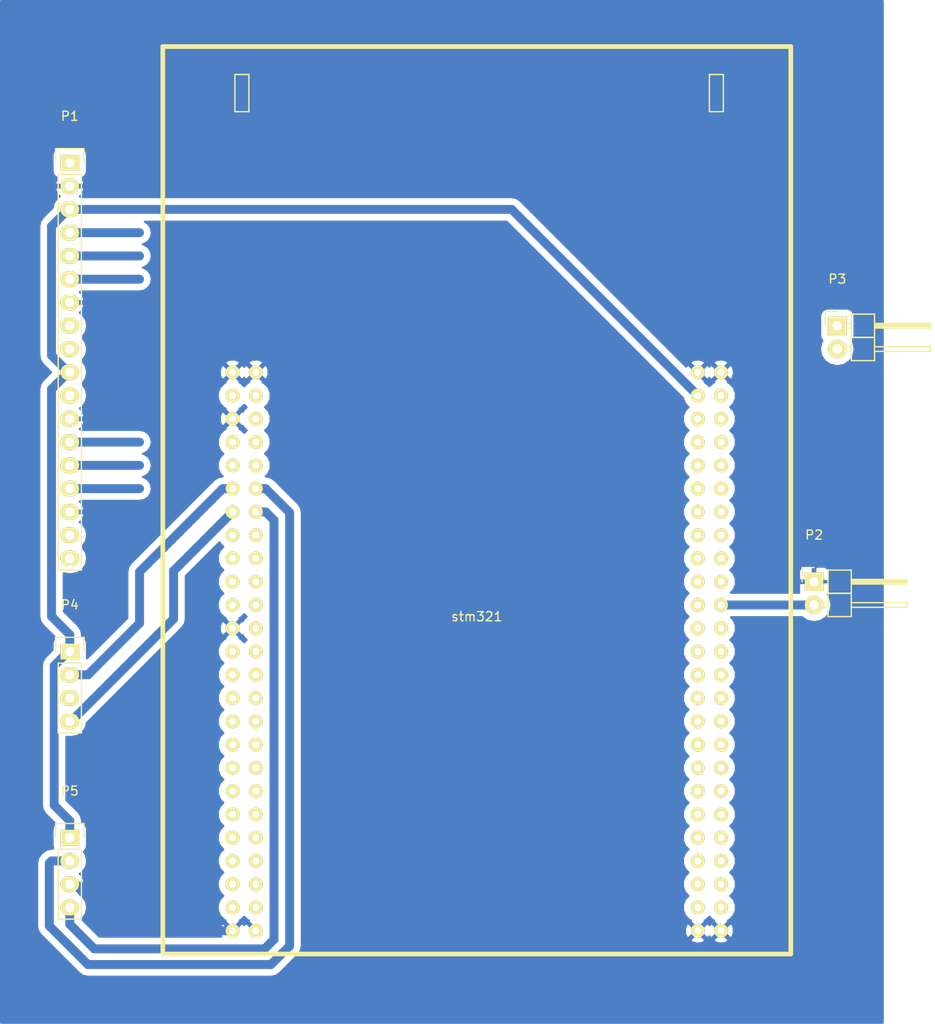
<source format=kicad_pcb>
(kicad_pcb (version 4) (host pcbnew 4.0.2-stable)

  (general
    (links 26)
    (no_connects 18)
    (area 0 0 0 0)
    (thickness 1.6)
    (drawings 0)
    (tracks 52)
    (zones 0)
    (modules 6)
    (nets 105)
  )

  (page A4)
  (layers
    (0 F.Cu signal)
    (31 B.Cu signal)
    (32 B.Adhes user)
    (33 F.Adhes user)
    (34 B.Paste user)
    (35 F.Paste user)
    (36 B.SilkS user)
    (37 F.SilkS user)
    (38 B.Mask user)
    (39 F.Mask user)
    (40 Dwgs.User user)
    (41 Cmts.User user)
    (42 Eco1.User user)
    (43 Eco2.User user)
    (44 Edge.Cuts user)
    (45 Margin user)
    (46 B.CrtYd user)
    (47 F.CrtYd user)
    (48 B.Fab user)
    (49 F.Fab user)
  )

  (setup
    (last_trace_width 0.976)
    (trace_clearance 0.73)
    (zone_clearance 0.508)
    (zone_45_only no)
    (trace_min 0.2)
    (segment_width 0.2)
    (edge_width 0.15)
    (via_size 0.6)
    (via_drill 0.4)
    (via_min_size 0.4)
    (via_min_drill 0.3)
    (uvia_size 0.3)
    (uvia_drill 0.1)
    (uvias_allowed no)
    (uvia_min_size 0)
    (uvia_min_drill 0)
    (pcb_text_width 0.3)
    (pcb_text_size 1.5 1.5)
    (mod_edge_width 0.15)
    (mod_text_size 1 1)
    (mod_text_width 0.15)
    (pad_size 1.524 1.524)
    (pad_drill 0.762)
    (pad_to_mask_clearance 0.2)
    (aux_axis_origin 0 0)
    (visible_elements FFFFEF7F)
    (pcbplotparams
      (layerselection 0x00030_80000001)
      (usegerberextensions false)
      (excludeedgelayer true)
      (linewidth 0.100000)
      (plotframeref false)
      (viasonmask false)
      (mode 1)
      (useauxorigin false)
      (hpglpennumber 1)
      (hpglpenspeed 20)
      (hpglpendiameter 15)
      (hpglpenoverlay 2)
      (psnegative false)
      (psa4output false)
      (plotreference true)
      (plotvalue true)
      (plotinvisibletext false)
      (padsonsilk false)
      (subtractmaskfromsilk false)
      (outputformat 1)
      (mirror false)
      (drillshape 1)
      (scaleselection 1)
      (outputdirectory ""))
  )

  (net 0 "")
  (net 1 "Net-(P1-Pad1)")
  (net 2 GND)
  (net 3 +5V)
  (net 4 M1I2)
  (net 5 M1I1)
  (net 6 M1PWM)
  (net 7 "Net-(P1-Pad8)")
  (net 8 "Net-(P1-Pad9)")
  (net 9 "Net-(P1-Pad11)")
  (net 10 M2_I2)
  (net 11 M2_I1)
  (net 12 M2PWM)
  (net 13 "Net-(P1-Pad17)")
  (net 14 "Net-(P1-Pad18)")
  (net 15 +BATT)
  (net 16 "Net-(stm321-Pad6)")
  (net 17 "Net-(stm321-Pad7)")
  (net 18 "Net-(stm321-Pad8)")
  (net 19 "Net-(stm321-Pad9)")
  (net 20 "Net-(stm321-Pad10)")
  (net 21 TIM5_CH2)
  (net 22 TIM5_CH1)
  (net 23 TIM5_CH4)
  (net 24 TIM5_CH3)
  (net 25 "Net-(stm321-Pad15)")
  (net 26 "Net-(stm321-Pad16)")
  (net 27 "Net-(stm321-Pad17)")
  (net 28 "Net-(stm321-Pad18)")
  (net 29 "Net-(stm321-Pad19)")
  (net 30 "Net-(stm321-Pad20)")
  (net 31 "Net-(stm321-Pad21)")
  (net 32 "Net-(stm321-Pad22)")
  (net 33 "Net-(stm321-Pad24)")
  (net 34 "Net-(stm321-Pad25)")
  (net 35 "Net-(stm321-Pad26)")
  (net 36 "Net-(stm321-Pad27)")
  (net 37 "Net-(stm321-Pad28)")
  (net 38 "Net-(stm321-Pad29)")
  (net 39 "Net-(stm321-Pad30)")
  (net 40 "Net-(stm321-Pad31)")
  (net 41 "Net-(stm321-Pad32)")
  (net 42 "Net-(stm321-Pad33)")
  (net 43 "Net-(stm321-Pad34)")
  (net 44 "Net-(stm321-Pad35)")
  (net 45 "Net-(stm321-Pad36)")
  (net 46 "Net-(stm321-Pad37)")
  (net 47 "Net-(stm321-Pad38)")
  (net 48 "Net-(stm321-Pad39)")
  (net 49 "Net-(stm321-Pad40)")
  (net 50 "Net-(stm321-Pad41)")
  (net 51 "Net-(stm321-Pad42)")
  (net 52 "Net-(stm321-Pad43)")
  (net 53 "Net-(stm321-Pad44)")
  (net 54 "Net-(stm321-Pad45)")
  (net 55 "Net-(stm321-Pad46)")
  (net 56 "Net-(stm321-Pad47)")
  (net 57 "Net-(stm321-Pad48)")
  (net 58 "Net-(stm321-Pad55)")
  (net 59 "Net-(stm321-Pad56)")
  (net 60 "Net-(stm321-Pad57)")
  (net 61 "Net-(stm321-Pad58)")
  (net 62 "Net-(stm321-Pad59)")
  (net 63 "Net-(stm321-Pad60)")
  (net 64 "Net-(stm321-Pad61)")
  (net 65 "Net-(stm321-Pad62)")
  (net 66 "Net-(stm321-Pad63)")
  (net 67 "Net-(stm321-Pad64)")
  (net 68 "Net-(stm321-Pad65)")
  (net 69 "Net-(stm321-Pad66)")
  (net 70 "Net-(stm321-Pad67)")
  (net 71 "Net-(stm321-Pad68)")
  (net 72 "Net-(stm321-Pad69)")
  (net 73 "Net-(stm321-Pad70)")
  (net 74 "Net-(stm321-Pad71)")
  (net 75 "Net-(stm321-Pad73)")
  (net 76 "Net-(stm321-Pad74)")
  (net 77 "Net-(stm321-Pad75)")
  (net 78 "Net-(stm321-Pad76)")
  (net 79 "Net-(stm321-Pad77)")
  (net 80 "Net-(stm321-Pad78)")
  (net 81 "Net-(stm321-Pad79)")
  (net 82 "Net-(stm321-Pad80)")
  (net 83 "Net-(stm321-Pad81)")
  (net 84 "Net-(stm321-Pad82)")
  (net 85 "Net-(stm321-Pad83)")
  (net 86 "Net-(stm321-Pad84)")
  (net 87 "Net-(stm321-Pad85)")
  (net 88 "Net-(stm321-Pad86)")
  (net 89 "Net-(stm321-Pad87)")
  (net 90 "Net-(stm321-Pad88)")
  (net 91 "Net-(stm321-Pad89)")
  (net 92 "Net-(stm321-Pad90)")
  (net 93 "Net-(stm321-Pad91)")
  (net 94 "Net-(stm321-Pad92)")
  (net 95 "Net-(stm321-Pad93)")
  (net 96 "Net-(stm321-Pad94)")
  (net 97 "Net-(stm321-Pad95)")
  (net 98 "Net-(stm321-Pad96)")
  (net 99 "Net-(stm321-Pad97)")
  (net 100 "Net-(stm321-Pad98)")
  (net 101 UART_RX)
  (net 102 UART_TX)
  (net 103 "Net-(stm321-Pad3)")
  (net 104 "Net-(stm321-Pad4)")

  (net_class Default "Ceci est la Netclass par défaut"
    (clearance 0.73)
    (trace_width 0.976)
    (via_dia 0.6)
    (via_drill 0.4)
    (uvia_dia 0.3)
    (uvia_drill 0.1)
    (add_net +5V)
    (add_net +BATT)
    (add_net GND)
    (add_net M1I1)
    (add_net M1I2)
    (add_net M1PWM)
    (add_net M2PWM)
    (add_net M2_I1)
    (add_net M2_I2)
    (add_net "Net-(P1-Pad1)")
    (add_net "Net-(P1-Pad11)")
    (add_net "Net-(P1-Pad17)")
    (add_net "Net-(P1-Pad18)")
    (add_net "Net-(P1-Pad8)")
    (add_net "Net-(P1-Pad9)")
    (add_net "Net-(stm321-Pad10)")
    (add_net "Net-(stm321-Pad15)")
    (add_net "Net-(stm321-Pad16)")
    (add_net "Net-(stm321-Pad17)")
    (add_net "Net-(stm321-Pad18)")
    (add_net "Net-(stm321-Pad19)")
    (add_net "Net-(stm321-Pad20)")
    (add_net "Net-(stm321-Pad21)")
    (add_net "Net-(stm321-Pad22)")
    (add_net "Net-(stm321-Pad24)")
    (add_net "Net-(stm321-Pad25)")
    (add_net "Net-(stm321-Pad26)")
    (add_net "Net-(stm321-Pad27)")
    (add_net "Net-(stm321-Pad28)")
    (add_net "Net-(stm321-Pad29)")
    (add_net "Net-(stm321-Pad3)")
    (add_net "Net-(stm321-Pad30)")
    (add_net "Net-(stm321-Pad31)")
    (add_net "Net-(stm321-Pad32)")
    (add_net "Net-(stm321-Pad33)")
    (add_net "Net-(stm321-Pad34)")
    (add_net "Net-(stm321-Pad35)")
    (add_net "Net-(stm321-Pad36)")
    (add_net "Net-(stm321-Pad37)")
    (add_net "Net-(stm321-Pad38)")
    (add_net "Net-(stm321-Pad39)")
    (add_net "Net-(stm321-Pad4)")
    (add_net "Net-(stm321-Pad40)")
    (add_net "Net-(stm321-Pad41)")
    (add_net "Net-(stm321-Pad42)")
    (add_net "Net-(stm321-Pad43)")
    (add_net "Net-(stm321-Pad44)")
    (add_net "Net-(stm321-Pad45)")
    (add_net "Net-(stm321-Pad46)")
    (add_net "Net-(stm321-Pad47)")
    (add_net "Net-(stm321-Pad48)")
    (add_net "Net-(stm321-Pad55)")
    (add_net "Net-(stm321-Pad56)")
    (add_net "Net-(stm321-Pad57)")
    (add_net "Net-(stm321-Pad58)")
    (add_net "Net-(stm321-Pad59)")
    (add_net "Net-(stm321-Pad6)")
    (add_net "Net-(stm321-Pad60)")
    (add_net "Net-(stm321-Pad61)")
    (add_net "Net-(stm321-Pad62)")
    (add_net "Net-(stm321-Pad63)")
    (add_net "Net-(stm321-Pad64)")
    (add_net "Net-(stm321-Pad65)")
    (add_net "Net-(stm321-Pad66)")
    (add_net "Net-(stm321-Pad67)")
    (add_net "Net-(stm321-Pad68)")
    (add_net "Net-(stm321-Pad69)")
    (add_net "Net-(stm321-Pad7)")
    (add_net "Net-(stm321-Pad70)")
    (add_net "Net-(stm321-Pad71)")
    (add_net "Net-(stm321-Pad73)")
    (add_net "Net-(stm321-Pad74)")
    (add_net "Net-(stm321-Pad75)")
    (add_net "Net-(stm321-Pad76)")
    (add_net "Net-(stm321-Pad77)")
    (add_net "Net-(stm321-Pad78)")
    (add_net "Net-(stm321-Pad79)")
    (add_net "Net-(stm321-Pad8)")
    (add_net "Net-(stm321-Pad80)")
    (add_net "Net-(stm321-Pad81)")
    (add_net "Net-(stm321-Pad82)")
    (add_net "Net-(stm321-Pad83)")
    (add_net "Net-(stm321-Pad84)")
    (add_net "Net-(stm321-Pad85)")
    (add_net "Net-(stm321-Pad86)")
    (add_net "Net-(stm321-Pad87)")
    (add_net "Net-(stm321-Pad88)")
    (add_net "Net-(stm321-Pad89)")
    (add_net "Net-(stm321-Pad9)")
    (add_net "Net-(stm321-Pad90)")
    (add_net "Net-(stm321-Pad91)")
    (add_net "Net-(stm321-Pad92)")
    (add_net "Net-(stm321-Pad93)")
    (add_net "Net-(stm321-Pad94)")
    (add_net "Net-(stm321-Pad95)")
    (add_net "Net-(stm321-Pad96)")
    (add_net "Net-(stm321-Pad97)")
    (add_net "Net-(stm321-Pad98)")
    (add_net TIM5_CH1)
    (add_net TIM5_CH2)
    (add_net TIM5_CH3)
    (add_net TIM5_CH4)
    (add_net UART_RX)
    (add_net UART_TX)
  )

  (module Pin_Headers:Pin_Header_Straight_1x18 (layer F.Cu) (tedit 0) (tstamp 5704C7EF)
    (at 91.44 63.5)
    (descr "Through hole pin header")
    (tags "pin header")
    (path /570401FA)
    (fp_text reference P1 (at 0 -5.1) (layer F.SilkS)
      (effects (font (size 1 1) (thickness 0.15)))
    )
    (fp_text value CONN_01X18 (at 0 -3.1) (layer F.Fab)
      (effects (font (size 1 1) (thickness 0.15)))
    )
    (fp_line (start -1.75 -1.75) (end -1.75 44.95) (layer F.CrtYd) (width 0.05))
    (fp_line (start 1.75 -1.75) (end 1.75 44.95) (layer F.CrtYd) (width 0.05))
    (fp_line (start -1.75 -1.75) (end 1.75 -1.75) (layer F.CrtYd) (width 0.05))
    (fp_line (start -1.75 44.95) (end 1.75 44.95) (layer F.CrtYd) (width 0.05))
    (fp_line (start 1.27 1.27) (end 1.27 44.45) (layer F.SilkS) (width 0.15))
    (fp_line (start 1.27 44.45) (end -1.27 44.45) (layer F.SilkS) (width 0.15))
    (fp_line (start -1.27 44.45) (end -1.27 1.27) (layer F.SilkS) (width 0.15))
    (fp_line (start 1.55 -1.55) (end 1.55 0) (layer F.SilkS) (width 0.15))
    (fp_line (start 1.27 1.27) (end -1.27 1.27) (layer F.SilkS) (width 0.15))
    (fp_line (start -1.55 0) (end -1.55 -1.55) (layer F.SilkS) (width 0.15))
    (fp_line (start -1.55 -1.55) (end 1.55 -1.55) (layer F.SilkS) (width 0.15))
    (pad 1 thru_hole rect (at 0 0) (size 2.032 1.7272) (drill 1.016) (layers *.Cu *.Mask F.SilkS)
      (net 1 "Net-(P1-Pad1)"))
    (pad 2 thru_hole oval (at 0 2.54) (size 2.032 1.7272) (drill 1.016) (layers *.Cu *.Mask F.SilkS)
      (net 2 GND))
    (pad 3 thru_hole oval (at 0 5.08) (size 2.032 1.7272) (drill 1.016) (layers *.Cu *.Mask F.SilkS)
      (net 3 +5V))
    (pad 4 thru_hole oval (at 0 7.62) (size 2.032 1.7272) (drill 1.016) (layers *.Cu *.Mask F.SilkS)
      (net 4 M1I2))
    (pad 5 thru_hole oval (at 0 10.16) (size 2.032 1.7272) (drill 1.016) (layers *.Cu *.Mask F.SilkS)
      (net 5 M1I1))
    (pad 6 thru_hole oval (at 0 12.7) (size 2.032 1.7272) (drill 1.016) (layers *.Cu *.Mask F.SilkS)
      (net 6 M1PWM))
    (pad 7 thru_hole oval (at 0 15.24) (size 2.032 1.7272) (drill 1.016) (layers *.Cu *.Mask F.SilkS)
      (net 2 GND))
    (pad 8 thru_hole oval (at 0 17.78) (size 2.032 1.7272) (drill 1.016) (layers *.Cu *.Mask F.SilkS)
      (net 7 "Net-(P1-Pad8)"))
    (pad 9 thru_hole oval (at 0 20.32) (size 2.032 1.7272) (drill 1.016) (layers *.Cu *.Mask F.SilkS)
      (net 8 "Net-(P1-Pad9)"))
    (pad 10 thru_hole oval (at 0 22.86) (size 2.032 1.7272) (drill 1.016) (layers *.Cu *.Mask F.SilkS)
      (net 3 +5V))
    (pad 11 thru_hole oval (at 0 25.4) (size 2.032 1.7272) (drill 1.016) (layers *.Cu *.Mask F.SilkS)
      (net 9 "Net-(P1-Pad11)"))
    (pad 12 thru_hole oval (at 0 27.94) (size 2.032 1.7272) (drill 1.016) (layers *.Cu *.Mask F.SilkS)
      (net 2 GND))
    (pad 13 thru_hole oval (at 0 30.48) (size 2.032 1.7272) (drill 1.016) (layers *.Cu *.Mask F.SilkS)
      (net 10 M2_I2))
    (pad 14 thru_hole oval (at 0 33.02) (size 2.032 1.7272) (drill 1.016) (layers *.Cu *.Mask F.SilkS)
      (net 11 M2_I1))
    (pad 15 thru_hole oval (at 0 35.56) (size 2.032 1.7272) (drill 1.016) (layers *.Cu *.Mask F.SilkS)
      (net 12 M2PWM))
    (pad 16 thru_hole oval (at 0 38.1) (size 2.032 1.7272) (drill 1.016) (layers *.Cu *.Mask F.SilkS)
      (net 2 GND))
    (pad 17 thru_hole oval (at 0 40.64) (size 2.032 1.7272) (drill 1.016) (layers *.Cu *.Mask F.SilkS)
      (net 13 "Net-(P1-Pad17)"))
    (pad 18 thru_hole oval (at 0 43.18) (size 2.032 1.7272) (drill 1.016) (layers *.Cu *.Mask F.SilkS)
      (net 14 "Net-(P1-Pad18)"))
    (model Pin_Headers.3dshapes/Pin_Header_Straight_1x18.wrl
      (at (xyz 0 -0.85 0))
      (scale (xyz 1 1 1))
      (rotate (xyz 0 0 90))
    )
  )

  (module Pin_Headers:Pin_Header_Angled_1x02 (layer F.Cu) (tedit 0) (tstamp 5704C7F5)
    (at 172.72 109.22)
    (descr "Through hole pin header")
    (tags "pin header")
    (path /5703ECD2)
    (fp_text reference P2 (at 0 -5.1) (layer F.SilkS)
      (effects (font (size 1 1) (thickness 0.15)))
    )
    (fp_text value CONN_01X02 (at 0 -3.1) (layer F.Fab)
      (effects (font (size 1 1) (thickness 0.15)))
    )
    (fp_line (start -1.5 -1.75) (end -1.5 4.3) (layer F.CrtYd) (width 0.05))
    (fp_line (start 10.65 -1.75) (end 10.65 4.3) (layer F.CrtYd) (width 0.05))
    (fp_line (start -1.5 -1.75) (end 10.65 -1.75) (layer F.CrtYd) (width 0.05))
    (fp_line (start -1.5 4.3) (end 10.65 4.3) (layer F.CrtYd) (width 0.05))
    (fp_line (start -1.3 -1.55) (end -1.3 0) (layer F.SilkS) (width 0.15))
    (fp_line (start 0 -1.55) (end -1.3 -1.55) (layer F.SilkS) (width 0.15))
    (fp_line (start 4.191 -0.127) (end 10.033 -0.127) (layer F.SilkS) (width 0.15))
    (fp_line (start 10.033 -0.127) (end 10.033 0.127) (layer F.SilkS) (width 0.15))
    (fp_line (start 10.033 0.127) (end 4.191 0.127) (layer F.SilkS) (width 0.15))
    (fp_line (start 4.191 0.127) (end 4.191 0) (layer F.SilkS) (width 0.15))
    (fp_line (start 4.191 0) (end 10.033 0) (layer F.SilkS) (width 0.15))
    (fp_line (start 1.524 -0.254) (end 1.143 -0.254) (layer F.SilkS) (width 0.15))
    (fp_line (start 1.524 0.254) (end 1.143 0.254) (layer F.SilkS) (width 0.15))
    (fp_line (start 1.524 2.286) (end 1.143 2.286) (layer F.SilkS) (width 0.15))
    (fp_line (start 1.524 2.794) (end 1.143 2.794) (layer F.SilkS) (width 0.15))
    (fp_line (start 1.524 -1.27) (end 4.064 -1.27) (layer F.SilkS) (width 0.15))
    (fp_line (start 1.524 1.27) (end 4.064 1.27) (layer F.SilkS) (width 0.15))
    (fp_line (start 1.524 1.27) (end 1.524 3.81) (layer F.SilkS) (width 0.15))
    (fp_line (start 1.524 3.81) (end 4.064 3.81) (layer F.SilkS) (width 0.15))
    (fp_line (start 4.064 2.286) (end 10.16 2.286) (layer F.SilkS) (width 0.15))
    (fp_line (start 10.16 2.286) (end 10.16 2.794) (layer F.SilkS) (width 0.15))
    (fp_line (start 10.16 2.794) (end 4.064 2.794) (layer F.SilkS) (width 0.15))
    (fp_line (start 4.064 3.81) (end 4.064 1.27) (layer F.SilkS) (width 0.15))
    (fp_line (start 4.064 1.27) (end 4.064 -1.27) (layer F.SilkS) (width 0.15))
    (fp_line (start 10.16 0.254) (end 4.064 0.254) (layer F.SilkS) (width 0.15))
    (fp_line (start 10.16 -0.254) (end 10.16 0.254) (layer F.SilkS) (width 0.15))
    (fp_line (start 4.064 -0.254) (end 10.16 -0.254) (layer F.SilkS) (width 0.15))
    (fp_line (start 1.524 1.27) (end 4.064 1.27) (layer F.SilkS) (width 0.15))
    (fp_line (start 1.524 -1.27) (end 1.524 1.27) (layer F.SilkS) (width 0.15))
    (pad 1 thru_hole rect (at 0 0) (size 2.032 2.032) (drill 1.016) (layers *.Cu *.Mask F.SilkS)
      (net 2 GND))
    (pad 2 thru_hole oval (at 0 2.54) (size 2.032 2.032) (drill 1.016) (layers *.Cu *.Mask F.SilkS)
      (net 15 +BATT))
    (model Pin_Headers.3dshapes/Pin_Header_Angled_1x02.wrl
      (at (xyz 0 -0.05 0))
      (scale (xyz 1 1 1))
      (rotate (xyz 0 0 90))
    )
  )

  (module Pin_Headers:Pin_Header_Angled_1x02 (layer F.Cu) (tedit 0) (tstamp 5704C7FB)
    (at 175.26 81.28)
    (descr "Through hole pin header")
    (tags "pin header")
    (path /5703EBAE)
    (fp_text reference P3 (at 0 -5.1) (layer F.SilkS)
      (effects (font (size 1 1) (thickness 0.15)))
    )
    (fp_text value CONN_01X02 (at 0 -3.1) (layer F.Fab)
      (effects (font (size 1 1) (thickness 0.15)))
    )
    (fp_line (start -1.5 -1.75) (end -1.5 4.3) (layer F.CrtYd) (width 0.05))
    (fp_line (start 10.65 -1.75) (end 10.65 4.3) (layer F.CrtYd) (width 0.05))
    (fp_line (start -1.5 -1.75) (end 10.65 -1.75) (layer F.CrtYd) (width 0.05))
    (fp_line (start -1.5 4.3) (end 10.65 4.3) (layer F.CrtYd) (width 0.05))
    (fp_line (start -1.3 -1.55) (end -1.3 0) (layer F.SilkS) (width 0.15))
    (fp_line (start 0 -1.55) (end -1.3 -1.55) (layer F.SilkS) (width 0.15))
    (fp_line (start 4.191 -0.127) (end 10.033 -0.127) (layer F.SilkS) (width 0.15))
    (fp_line (start 10.033 -0.127) (end 10.033 0.127) (layer F.SilkS) (width 0.15))
    (fp_line (start 10.033 0.127) (end 4.191 0.127) (layer F.SilkS) (width 0.15))
    (fp_line (start 4.191 0.127) (end 4.191 0) (layer F.SilkS) (width 0.15))
    (fp_line (start 4.191 0) (end 10.033 0) (layer F.SilkS) (width 0.15))
    (fp_line (start 1.524 -0.254) (end 1.143 -0.254) (layer F.SilkS) (width 0.15))
    (fp_line (start 1.524 0.254) (end 1.143 0.254) (layer F.SilkS) (width 0.15))
    (fp_line (start 1.524 2.286) (end 1.143 2.286) (layer F.SilkS) (width 0.15))
    (fp_line (start 1.524 2.794) (end 1.143 2.794) (layer F.SilkS) (width 0.15))
    (fp_line (start 1.524 -1.27) (end 4.064 -1.27) (layer F.SilkS) (width 0.15))
    (fp_line (start 1.524 1.27) (end 4.064 1.27) (layer F.SilkS) (width 0.15))
    (fp_line (start 1.524 1.27) (end 1.524 3.81) (layer F.SilkS) (width 0.15))
    (fp_line (start 1.524 3.81) (end 4.064 3.81) (layer F.SilkS) (width 0.15))
    (fp_line (start 4.064 2.286) (end 10.16 2.286) (layer F.SilkS) (width 0.15))
    (fp_line (start 10.16 2.286) (end 10.16 2.794) (layer F.SilkS) (width 0.15))
    (fp_line (start 10.16 2.794) (end 4.064 2.794) (layer F.SilkS) (width 0.15))
    (fp_line (start 4.064 3.81) (end 4.064 1.27) (layer F.SilkS) (width 0.15))
    (fp_line (start 4.064 1.27) (end 4.064 -1.27) (layer F.SilkS) (width 0.15))
    (fp_line (start 10.16 0.254) (end 4.064 0.254) (layer F.SilkS) (width 0.15))
    (fp_line (start 10.16 -0.254) (end 10.16 0.254) (layer F.SilkS) (width 0.15))
    (fp_line (start 4.064 -0.254) (end 10.16 -0.254) (layer F.SilkS) (width 0.15))
    (fp_line (start 1.524 1.27) (end 4.064 1.27) (layer F.SilkS) (width 0.15))
    (fp_line (start 1.524 -1.27) (end 1.524 1.27) (layer F.SilkS) (width 0.15))
    (pad 1 thru_hole rect (at 0 0) (size 2.032 2.032) (drill 1.016) (layers *.Cu *.Mask F.SilkS)
      (net 101 UART_RX))
    (pad 2 thru_hole oval (at 0 2.54) (size 2.032 2.032) (drill 1.016) (layers *.Cu *.Mask F.SilkS)
      (net 102 UART_TX))
    (model Pin_Headers.3dshapes/Pin_Header_Angled_1x02.wrl
      (at (xyz 0 -0.05 0))
      (scale (xyz 1 1 1))
      (rotate (xyz 0 0 90))
    )
  )

  (module Pin_Headers:Pin_Header_Straight_1x04 (layer F.Cu) (tedit 0) (tstamp 5704C803)
    (at 91.44 116.84)
    (descr "Through hole pin header")
    (tags "pin header")
    (path /5704CB58)
    (fp_text reference P4 (at 0 -5.1) (layer F.SilkS)
      (effects (font (size 1 1) (thickness 0.15)))
    )
    (fp_text value CONN_01X04 (at 0 -3.1) (layer F.Fab)
      (effects (font (size 1 1) (thickness 0.15)))
    )
    (fp_line (start -1.75 -1.75) (end -1.75 9.4) (layer F.CrtYd) (width 0.05))
    (fp_line (start 1.75 -1.75) (end 1.75 9.4) (layer F.CrtYd) (width 0.05))
    (fp_line (start -1.75 -1.75) (end 1.75 -1.75) (layer F.CrtYd) (width 0.05))
    (fp_line (start -1.75 9.4) (end 1.75 9.4) (layer F.CrtYd) (width 0.05))
    (fp_line (start -1.27 1.27) (end -1.27 8.89) (layer F.SilkS) (width 0.15))
    (fp_line (start 1.27 1.27) (end 1.27 8.89) (layer F.SilkS) (width 0.15))
    (fp_line (start 1.55 -1.55) (end 1.55 0) (layer F.SilkS) (width 0.15))
    (fp_line (start -1.27 8.89) (end 1.27 8.89) (layer F.SilkS) (width 0.15))
    (fp_line (start 1.27 1.27) (end -1.27 1.27) (layer F.SilkS) (width 0.15))
    (fp_line (start -1.55 0) (end -1.55 -1.55) (layer F.SilkS) (width 0.15))
    (fp_line (start -1.55 -1.55) (end 1.55 -1.55) (layer F.SilkS) (width 0.15))
    (pad 1 thru_hole rect (at 0 0) (size 2.032 1.7272) (drill 1.016) (layers *.Cu *.Mask F.SilkS)
      (net 3 +5V))
    (pad 2 thru_hole oval (at 0 2.54) (size 2.032 1.7272) (drill 1.016) (layers *.Cu *.Mask F.SilkS)
      (net 21 TIM5_CH2))
    (pad 3 thru_hole oval (at 0 5.08) (size 2.032 1.7272) (drill 1.016) (layers *.Cu *.Mask F.SilkS)
      (net 2 GND))
    (pad 4 thru_hole oval (at 0 7.62) (size 2.032 1.7272) (drill 1.016) (layers *.Cu *.Mask F.SilkS)
      (net 23 TIM5_CH4))
    (model Pin_Headers.3dshapes/Pin_Header_Straight_1x04.wrl
      (at (xyz 0 -0.15 0))
      (scale (xyz 1 1 1))
      (rotate (xyz 0 0 90))
    )
  )

  (module Pin_Headers:Pin_Header_Straight_1x04 (layer F.Cu) (tedit 0) (tstamp 5704C80B)
    (at 91.44 137.16)
    (descr "Through hole pin header")
    (tags "pin header")
    (path /5704CF98)
    (fp_text reference P5 (at 0 -5.1) (layer F.SilkS)
      (effects (font (size 1 1) (thickness 0.15)))
    )
    (fp_text value CONN_01X04 (at 0 -3.1) (layer F.Fab)
      (effects (font (size 1 1) (thickness 0.15)))
    )
    (fp_line (start -1.75 -1.75) (end -1.75 9.4) (layer F.CrtYd) (width 0.05))
    (fp_line (start 1.75 -1.75) (end 1.75 9.4) (layer F.CrtYd) (width 0.05))
    (fp_line (start -1.75 -1.75) (end 1.75 -1.75) (layer F.CrtYd) (width 0.05))
    (fp_line (start -1.75 9.4) (end 1.75 9.4) (layer F.CrtYd) (width 0.05))
    (fp_line (start -1.27 1.27) (end -1.27 8.89) (layer F.SilkS) (width 0.15))
    (fp_line (start 1.27 1.27) (end 1.27 8.89) (layer F.SilkS) (width 0.15))
    (fp_line (start 1.55 -1.55) (end 1.55 0) (layer F.SilkS) (width 0.15))
    (fp_line (start -1.27 8.89) (end 1.27 8.89) (layer F.SilkS) (width 0.15))
    (fp_line (start 1.27 1.27) (end -1.27 1.27) (layer F.SilkS) (width 0.15))
    (fp_line (start -1.55 0) (end -1.55 -1.55) (layer F.SilkS) (width 0.15))
    (fp_line (start -1.55 -1.55) (end 1.55 -1.55) (layer F.SilkS) (width 0.15))
    (pad 1 thru_hole rect (at 0 0) (size 2.032 1.7272) (drill 1.016) (layers *.Cu *.Mask F.SilkS)
      (net 3 +5V))
    (pad 2 thru_hole oval (at 0 2.54) (size 2.032 1.7272) (drill 1.016) (layers *.Cu *.Mask F.SilkS)
      (net 22 TIM5_CH1))
    (pad 3 thru_hole oval (at 0 5.08) (size 2.032 1.7272) (drill 1.016) (layers *.Cu *.Mask F.SilkS)
      (net 2 GND))
    (pad 4 thru_hole oval (at 0 7.62) (size 2.032 1.7272) (drill 1.016) (layers *.Cu *.Mask F.SilkS)
      (net 24 TIM5_CH3))
    (model Pin_Headers.3dshapes/Pin_Header_Straight_1x04.wrl
      (at (xyz 0 -0.15 0))
      (scale (xyz 1 1 1))
      (rotate (xyz 0 0 90))
    )
  )

  (module stm32:STM32F407 (layer F.Cu) (tedit 56BD43F8) (tstamp 5704C873)
    (at 109.22 86.36)
    (descr "Empreinte de STM32F407")
    (tags stm32)
    (path /5703EA51)
    (fp_text reference stm321 (at 26.67 26.67) (layer F.SilkS)
      (effects (font (size 1 1) (thickness 0.15)))
    )
    (fp_text value STM32F407-Discovery (at 25.4 24.13) (layer F.Fab)
      (effects (font (size 1 1) (thickness 0.15)))
    )
    (fp_line (start 52.07 -32.512) (end 53.594 -32.512) (layer F.SilkS) (width 0.15))
    (fp_line (start 52.07 -28.448) (end 52.07 -32.512) (layer F.SilkS) (width 0.15))
    (fp_line (start 53.594 -28.448) (end 52.07 -28.448) (layer F.SilkS) (width 0.15))
    (fp_line (start 53.594 -32.512) (end 53.594 -28.448) (layer F.SilkS) (width 0.15))
    (fp_line (start -7.62 -35.56) (end -7.62 63.5) (layer F.SilkS) (width 0.508))
    (fp_line (start 60.96 -35.56) (end -7.62 -35.56) (layer F.SilkS) (width 0.508))
    (fp_line (start 60.96 63.5) (end 60.96 -35.56) (layer F.SilkS) (width 0.508))
    (fp_line (start -7.62 63.5) (end 60.96 63.5) (layer F.SilkS) (width 0.508))
    (fp_line (start 0.254 -32.512) (end 1.778 -32.512) (layer F.SilkS) (width 0.15))
    (fp_line (start 1.778 -28.448) (end 0.254 -28.448) (layer F.SilkS) (width 0.15))
    (fp_line (start 0.254 -28.448) (end 0.254 -32.512) (layer F.SilkS) (width 0.15))
    (fp_line (start 1.778 -32.512) (end 1.778 -28.448) (layer F.SilkS) (width 0.15))
    (pad 1 thru_hole circle (at 0 0) (size 1.524 1.524) (drill 0.762) (layers *.Cu *.Mask F.SilkS)
      (net 2 GND))
    (pad 2 thru_hole circle (at 2.54 0) (size 1.524 1.524) (drill 0.762) (layers *.Cu *.Mask F.SilkS)
      (net 2 GND))
    (pad 3 thru_hole circle (at 0 2.54) (size 1.524 1.524) (drill 0.762) (layers *.Cu *.Mask F.SilkS)
      (net 103 "Net-(stm321-Pad3)"))
    (pad 4 thru_hole circle (at 2.54 2.54) (size 1.524 1.524) (drill 0.762) (layers *.Cu *.Mask F.SilkS)
      (net 104 "Net-(stm321-Pad4)"))
    (pad 5 thru_hole circle (at 0 5.08) (size 1.524 1.524) (drill 0.762) (layers *.Cu *.Mask F.SilkS)
      (net 2 GND))
    (pad 6 thru_hole circle (at 2.54 5.08) (size 1.524 1.524) (drill 0.762) (layers *.Cu *.Mask F.SilkS)
      (net 16 "Net-(stm321-Pad6)"))
    (pad 7 thru_hole circle (at 0 7.62) (size 1.524 1.524) (drill 0.762) (layers *.Cu *.Mask F.SilkS)
      (net 17 "Net-(stm321-Pad7)"))
    (pad 8 thru_hole circle (at 2.54 7.62) (size 1.524 1.524) (drill 0.762) (layers *.Cu *.Mask F.SilkS)
      (net 18 "Net-(stm321-Pad8)"))
    (pad 9 thru_hole circle (at 0 10.16) (size 1.524 1.524) (drill 0.762) (layers *.Cu *.Mask F.SilkS)
      (net 19 "Net-(stm321-Pad9)"))
    (pad 10 thru_hole circle (at 2.54 10.16) (size 1.524 1.524) (drill 0.762) (layers *.Cu *.Mask F.SilkS)
      (net 20 "Net-(stm321-Pad10)"))
    (pad 11 thru_hole circle (at 0 12.7) (size 1.524 1.524) (drill 0.762) (layers *.Cu *.Mask F.SilkS)
      (net 21 TIM5_CH2))
    (pad 12 thru_hole circle (at 2.54 12.7) (size 1.524 1.524) (drill 0.762) (layers *.Cu *.Mask F.SilkS)
      (net 22 TIM5_CH1))
    (pad 13 thru_hole circle (at 0 15.24) (size 1.524 1.524) (drill 0.762) (layers *.Cu *.Mask F.SilkS)
      (net 23 TIM5_CH4))
    (pad 14 thru_hole circle (at 2.54 15.24) (size 1.524 1.524) (drill 0.762) (layers *.Cu *.Mask F.SilkS)
      (net 24 TIM5_CH3))
    (pad 15 thru_hole circle (at 0 17.78) (size 1.524 1.524) (drill 0.762) (layers *.Cu *.Mask F.SilkS)
      (net 25 "Net-(stm321-Pad15)"))
    (pad 16 thru_hole circle (at 2.54 17.78) (size 1.524 1.524) (drill 0.762) (layers *.Cu *.Mask F.SilkS)
      (net 26 "Net-(stm321-Pad16)"))
    (pad 17 thru_hole circle (at 0 20.32) (size 1.524 1.524) (drill 0.762) (layers *.Cu *.Mask F.SilkS)
      (net 27 "Net-(stm321-Pad17)"))
    (pad 18 thru_hole circle (at 2.54 20.32) (size 1.524 1.524) (drill 0.762) (layers *.Cu *.Mask F.SilkS)
      (net 28 "Net-(stm321-Pad18)"))
    (pad 19 thru_hole circle (at 0 22.86) (size 1.524 1.524) (drill 0.762) (layers *.Cu *.Mask F.SilkS)
      (net 29 "Net-(stm321-Pad19)"))
    (pad 20 thru_hole circle (at 2.54 22.86) (size 1.524 1.524) (drill 0.762) (layers *.Cu *.Mask F.SilkS)
      (net 30 "Net-(stm321-Pad20)"))
    (pad 21 thru_hole circle (at 0 25.4) (size 1.524 1.524) (drill 0.762) (layers *.Cu *.Mask F.SilkS)
      (net 31 "Net-(stm321-Pad21)"))
    (pad 22 thru_hole circle (at 2.54 25.4) (size 1.524 1.524) (drill 0.762) (layers *.Cu *.Mask F.SilkS)
      (net 32 "Net-(stm321-Pad22)"))
    (pad 23 thru_hole circle (at 0 27.94) (size 1.524 1.524) (drill 0.762) (layers *.Cu *.Mask F.SilkS)
      (net 2 GND))
    (pad 24 thru_hole circle (at 2.54 27.94) (size 1.524 1.524) (drill 0.762) (layers *.Cu *.Mask F.SilkS)
      (net 33 "Net-(stm321-Pad24)"))
    (pad 25 thru_hole circle (at 0 30.48) (size 1.524 1.524) (drill 0.762) (layers *.Cu *.Mask F.SilkS)
      (net 34 "Net-(stm321-Pad25)"))
    (pad 26 thru_hole circle (at 2.54 30.48) (size 1.524 1.524) (drill 0.762) (layers *.Cu *.Mask F.SilkS)
      (net 35 "Net-(stm321-Pad26)"))
    (pad 27 thru_hole circle (at 0 33.02) (size 1.524 1.524) (drill 0.762) (layers *.Cu *.Mask F.SilkS)
      (net 36 "Net-(stm321-Pad27)"))
    (pad 28 thru_hole circle (at 2.54 33.02) (size 1.524 1.524) (drill 0.762) (layers *.Cu *.Mask F.SilkS)
      (net 37 "Net-(stm321-Pad28)"))
    (pad 29 thru_hole circle (at 0 35.56) (size 1.524 1.524) (drill 0.762) (layers *.Cu *.Mask F.SilkS)
      (net 38 "Net-(stm321-Pad29)"))
    (pad 30 thru_hole circle (at 2.54 35.56) (size 1.524 1.524) (drill 0.762) (layers *.Cu *.Mask F.SilkS)
      (net 39 "Net-(stm321-Pad30)"))
    (pad 31 thru_hole circle (at 0 38.1) (size 1.524 1.524) (drill 0.762) (layers *.Cu *.Mask F.SilkS)
      (net 40 "Net-(stm321-Pad31)"))
    (pad 32 thru_hole circle (at 2.54 38.1) (size 1.524 1.524) (drill 0.762) (layers *.Cu *.Mask F.SilkS)
      (net 41 "Net-(stm321-Pad32)"))
    (pad 33 thru_hole circle (at 0 40.64) (size 1.524 1.524) (drill 0.762) (layers *.Cu *.Mask F.SilkS)
      (net 42 "Net-(stm321-Pad33)"))
    (pad 34 thru_hole circle (at 2.54 40.64) (size 1.524 1.524) (drill 0.762) (layers *.Cu *.Mask F.SilkS)
      (net 43 "Net-(stm321-Pad34)"))
    (pad 35 thru_hole circle (at 0 43.18) (size 1.524 1.524) (drill 0.762) (layers *.Cu *.Mask F.SilkS)
      (net 44 "Net-(stm321-Pad35)"))
    (pad 36 thru_hole circle (at 2.54 43.18) (size 1.524 1.524) (drill 0.762) (layers *.Cu *.Mask F.SilkS)
      (net 45 "Net-(stm321-Pad36)"))
    (pad 37 thru_hole circle (at 0 45.72) (size 1.524 1.524) (drill 0.762) (layers *.Cu *.Mask F.SilkS)
      (net 46 "Net-(stm321-Pad37)"))
    (pad 38 thru_hole circle (at 2.54 45.72) (size 1.524 1.524) (drill 0.762) (layers *.Cu *.Mask F.SilkS)
      (net 47 "Net-(stm321-Pad38)"))
    (pad 39 thru_hole circle (at 0 48.26) (size 1.524 1.524) (drill 0.762) (layers *.Cu *.Mask F.SilkS)
      (net 48 "Net-(stm321-Pad39)"))
    (pad 40 thru_hole circle (at 2.54 48.26) (size 1.524 1.524) (drill 0.762) (layers *.Cu *.Mask F.SilkS)
      (net 49 "Net-(stm321-Pad40)"))
    (pad 41 thru_hole circle (at 0 50.8) (size 1.524 1.524) (drill 0.762) (layers *.Cu *.Mask F.SilkS)
      (net 50 "Net-(stm321-Pad41)"))
    (pad 42 thru_hole circle (at 2.54 50.8) (size 1.524 1.524) (drill 0.762) (layers *.Cu *.Mask F.SilkS)
      (net 51 "Net-(stm321-Pad42)"))
    (pad 43 thru_hole circle (at 0 53.34) (size 1.524 1.524) (drill 0.762) (layers *.Cu *.Mask F.SilkS)
      (net 52 "Net-(stm321-Pad43)"))
    (pad 44 thru_hole circle (at 2.54 53.34) (size 1.524 1.524) (drill 0.762) (layers *.Cu *.Mask F.SilkS)
      (net 53 "Net-(stm321-Pad44)"))
    (pad 45 thru_hole circle (at 0 55.88) (size 1.524 1.524) (drill 0.762) (layers *.Cu *.Mask F.SilkS)
      (net 54 "Net-(stm321-Pad45)"))
    (pad 46 thru_hole circle (at 2.54 55.88) (size 1.524 1.524) (drill 0.762) (layers *.Cu *.Mask F.SilkS)
      (net 55 "Net-(stm321-Pad46)"))
    (pad 47 thru_hole circle (at 0 58.42) (size 1.524 1.524) (drill 0.762) (layers *.Cu *.Mask F.SilkS)
      (net 56 "Net-(stm321-Pad47)"))
    (pad 48 thru_hole circle (at 2.54 58.42) (size 1.524 1.524) (drill 0.762) (layers *.Cu *.Mask F.SilkS)
      (net 57 "Net-(stm321-Pad48)"))
    (pad 49 thru_hole circle (at 0 60.96) (size 1.524 1.524) (drill 0.762) (layers *.Cu *.Mask F.SilkS)
      (net 2 GND))
    (pad 50 thru_hole circle (at 2.54 60.96) (size 1.524 1.524) (drill 0.762) (layers *.Cu *.Mask F.SilkS)
      (net 2 GND))
    (pad 51 thru_hole circle (at 50.8 0) (size 1.524 1.524) (drill 0.762) (layers *.Cu *.Mask F.SilkS)
      (net 2 GND))
    (pad 52 thru_hole circle (at 53.34 0) (size 1.524 1.524) (drill 0.762) (layers *.Cu *.Mask F.SilkS)
      (net 2 GND))
    (pad 53 thru_hole circle (at 50.8 2.54) (size 1.524 1.524) (drill 0.762) (layers *.Cu *.Mask F.SilkS)
      (net 3 +5V))
    (pad 54 thru_hole circle (at 53.34 2.54) (size 1.524 1.524) (drill 0.762) (layers *.Cu *.Mask F.SilkS)
      (net 3 +5V))
    (pad 55 thru_hole circle (at 50.8 5.08) (size 1.524 1.524) (drill 0.762) (layers *.Cu *.Mask F.SilkS)
      (net 58 "Net-(stm321-Pad55)"))
    (pad 56 thru_hole circle (at 53.34 5.08) (size 1.524 1.524) (drill 0.762) (layers *.Cu *.Mask F.SilkS)
      (net 59 "Net-(stm321-Pad56)"))
    (pad 57 thru_hole circle (at 50.8 7.62) (size 1.524 1.524) (drill 0.762) (layers *.Cu *.Mask F.SilkS)
      (net 60 "Net-(stm321-Pad57)"))
    (pad 58 thru_hole circle (at 53.34 7.62) (size 1.524 1.524) (drill 0.762) (layers *.Cu *.Mask F.SilkS)
      (net 61 "Net-(stm321-Pad58)"))
    (pad 59 thru_hole circle (at 50.8 10.16) (size 1.524 1.524) (drill 0.762) (layers *.Cu *.Mask F.SilkS)
      (net 62 "Net-(stm321-Pad59)"))
    (pad 60 thru_hole circle (at 53.34 10.16) (size 1.524 1.524) (drill 0.762) (layers *.Cu *.Mask F.SilkS)
      (net 63 "Net-(stm321-Pad60)"))
    (pad 61 thru_hole circle (at 50.8 12.7) (size 1.524 1.524) (drill 0.762) (layers *.Cu *.Mask F.SilkS)
      (net 64 "Net-(stm321-Pad61)"))
    (pad 62 thru_hole circle (at 53.34 12.7) (size 1.524 1.524) (drill 0.762) (layers *.Cu *.Mask F.SilkS)
      (net 65 "Net-(stm321-Pad62)"))
    (pad 63 thru_hole circle (at 50.8 15.24) (size 1.524 1.524) (drill 0.762) (layers *.Cu *.Mask F.SilkS)
      (net 66 "Net-(stm321-Pad63)"))
    (pad 64 thru_hole circle (at 53.34 15.24) (size 1.524 1.524) (drill 0.762) (layers *.Cu *.Mask F.SilkS)
      (net 67 "Net-(stm321-Pad64)"))
    (pad 65 thru_hole circle (at 50.8 17.78) (size 1.524 1.524) (drill 0.762) (layers *.Cu *.Mask F.SilkS)
      (net 68 "Net-(stm321-Pad65)"))
    (pad 66 thru_hole circle (at 53.34 17.78) (size 1.524 1.524) (drill 0.762) (layers *.Cu *.Mask F.SilkS)
      (net 69 "Net-(stm321-Pad66)"))
    (pad 67 thru_hole circle (at 50.8 20.32) (size 1.524 1.524) (drill 0.762) (layers *.Cu *.Mask F.SilkS)
      (net 70 "Net-(stm321-Pad67)"))
    (pad 68 thru_hole circle (at 53.34 20.32) (size 1.524 1.524) (drill 0.762) (layers *.Cu *.Mask F.SilkS)
      (net 71 "Net-(stm321-Pad68)"))
    (pad 69 thru_hole circle (at 50.8 22.86) (size 1.524 1.524) (drill 0.762) (layers *.Cu *.Mask F.SilkS)
      (net 72 "Net-(stm321-Pad69)"))
    (pad 70 thru_hole circle (at 53.34 22.86) (size 1.524 1.524) (drill 0.762) (layers *.Cu *.Mask F.SilkS)
      (net 73 "Net-(stm321-Pad70)"))
    (pad 71 thru_hole circle (at 50.8 25.4) (size 1.524 1.524) (drill 0.762) (layers *.Cu *.Mask F.SilkS)
      (net 74 "Net-(stm321-Pad71)"))
    (pad 72 thru_hole circle (at 53.34 25.4) (size 1.524 1.524) (drill 0.762) (layers *.Cu *.Mask F.SilkS)
      (net 15 +BATT))
    (pad 73 thru_hole circle (at 50.8 27.94) (size 1.524 1.524) (drill 0.762) (layers *.Cu *.Mask F.SilkS)
      (net 75 "Net-(stm321-Pad73)"))
    (pad 74 thru_hole circle (at 53.34 27.94) (size 1.524 1.524) (drill 0.762) (layers *.Cu *.Mask F.SilkS)
      (net 76 "Net-(stm321-Pad74)"))
    (pad 75 thru_hole circle (at 50.8 30.48) (size 1.524 1.524) (drill 0.762) (layers *.Cu *.Mask F.SilkS)
      (net 77 "Net-(stm321-Pad75)"))
    (pad 76 thru_hole circle (at 53.34 30.48) (size 1.524 1.524) (drill 0.762) (layers *.Cu *.Mask F.SilkS)
      (net 78 "Net-(stm321-Pad76)"))
    (pad 77 thru_hole circle (at 50.8 33.02) (size 1.524 1.524) (drill 0.762) (layers *.Cu *.Mask F.SilkS)
      (net 79 "Net-(stm321-Pad77)"))
    (pad 78 thru_hole circle (at 53.34 33.02) (size 1.524 1.524) (drill 0.762) (layers *.Cu *.Mask F.SilkS)
      (net 80 "Net-(stm321-Pad78)"))
    (pad 79 thru_hole circle (at 50.8 35.56) (size 1.524 1.524) (drill 0.762) (layers *.Cu *.Mask F.SilkS)
      (net 81 "Net-(stm321-Pad79)"))
    (pad 80 thru_hole circle (at 53.34 35.56) (size 1.524 1.524) (drill 0.762) (layers *.Cu *.Mask F.SilkS)
      (net 82 "Net-(stm321-Pad80)"))
    (pad 81 thru_hole circle (at 50.8 38.1) (size 1.524 1.524) (drill 0.762) (layers *.Cu *.Mask F.SilkS)
      (net 83 "Net-(stm321-Pad81)"))
    (pad 82 thru_hole circle (at 53.34 38.1) (size 1.524 1.524) (drill 0.762) (layers *.Cu *.Mask F.SilkS)
      (net 84 "Net-(stm321-Pad82)"))
    (pad 83 thru_hole circle (at 50.8 40.64) (size 1.524 1.524) (drill 0.762) (layers *.Cu *.Mask F.SilkS)
      (net 85 "Net-(stm321-Pad83)"))
    (pad 84 thru_hole circle (at 53.34 40.64) (size 1.524 1.524) (drill 0.762) (layers *.Cu *.Mask F.SilkS)
      (net 86 "Net-(stm321-Pad84)"))
    (pad 85 thru_hole circle (at 50.8 43.18) (size 1.524 1.524) (drill 0.762) (layers *.Cu *.Mask F.SilkS)
      (net 87 "Net-(stm321-Pad85)"))
    (pad 86 thru_hole circle (at 53.34 43.18) (size 1.524 1.524) (drill 0.762) (layers *.Cu *.Mask F.SilkS)
      (net 88 "Net-(stm321-Pad86)"))
    (pad 87 thru_hole circle (at 50.8 45.72) (size 1.524 1.524) (drill 0.762) (layers *.Cu *.Mask F.SilkS)
      (net 89 "Net-(stm321-Pad87)"))
    (pad 88 thru_hole circle (at 53.34 45.72) (size 1.524 1.524) (drill 0.762) (layers *.Cu *.Mask F.SilkS)
      (net 90 "Net-(stm321-Pad88)"))
    (pad 89 thru_hole circle (at 50.8 48.26) (size 1.524 1.524) (drill 0.762) (layers *.Cu *.Mask F.SilkS)
      (net 91 "Net-(stm321-Pad89)"))
    (pad 90 thru_hole circle (at 53.34 48.26) (size 1.524 1.524) (drill 0.762) (layers *.Cu *.Mask F.SilkS)
      (net 92 "Net-(stm321-Pad90)"))
    (pad 91 thru_hole circle (at 50.8 50.8) (size 1.524 1.524) (drill 0.762) (layers *.Cu *.Mask F.SilkS)
      (net 93 "Net-(stm321-Pad91)"))
    (pad 92 thru_hole circle (at 53.34 50.8) (size 1.524 1.524) (drill 0.762) (layers *.Cu *.Mask F.SilkS)
      (net 94 "Net-(stm321-Pad92)"))
    (pad 93 thru_hole circle (at 50.8 53.34) (size 1.524 1.524) (drill 0.762) (layers *.Cu *.Mask F.SilkS)
      (net 95 "Net-(stm321-Pad93)"))
    (pad 94 thru_hole circle (at 53.34 53.34) (size 1.524 1.524) (drill 0.762) (layers *.Cu *.Mask F.SilkS)
      (net 96 "Net-(stm321-Pad94)"))
    (pad 95 thru_hole circle (at 50.8 55.88) (size 1.524 1.524) (drill 0.762) (layers *.Cu *.Mask F.SilkS)
      (net 97 "Net-(stm321-Pad95)"))
    (pad 96 thru_hole circle (at 53.34 55.88) (size 1.524 1.524) (drill 0.762) (layers *.Cu *.Mask F.SilkS)
      (net 98 "Net-(stm321-Pad96)"))
    (pad 97 thru_hole circle (at 50.8 58.42) (size 1.524 1.524) (drill 0.762) (layers *.Cu *.Mask F.SilkS)
      (net 99 "Net-(stm321-Pad97)"))
    (pad 98 thru_hole circle (at 53.34 58.42) (size 1.524 1.524) (drill 0.762) (layers *.Cu *.Mask F.SilkS)
      (net 100 "Net-(stm321-Pad98)"))
    (pad 99 thru_hole circle (at 50.8 60.96) (size 1.524 1.524) (drill 0.762) (layers *.Cu *.Mask F.SilkS)
      (net 2 GND))
    (pad 100 thru_hole circle (at 53.34 60.96) (size 1.524 1.524) (drill 0.762) (layers *.Cu *.Mask F.SilkS)
      (net 2 GND))
  )

  (segment (start 109.22 147.32) (end 97.076241 147.32) (width 0.976) (layer B.Cu) (net 2))
  (segment (start 97.076241 147.32) (end 91.996241 142.24) (width 0.976) (layer B.Cu) (net 2))
  (segment (start 91.996241 142.24) (end 91.44 142.24) (width 0.976) (layer B.Cu) (net 2))
  (segment (start 91.5924 142.24) (end 91.44 142.24) (width 0.976) (layer B.Cu) (net 2))
  (segment (start 91.44 116.84) (end 91.2876 116.84) (width 0.976) (layer B.Cu) (net 3))
  (segment (start 91.2876 116.84) (end 89.73599 118.39161) (width 0.976) (layer B.Cu) (net 3))
  (segment (start 89.73599 118.39161) (end 89.73599 133.61639) (width 0.976) (layer B.Cu) (net 3))
  (segment (start 89.73599 133.61639) (end 91.44 135.3204) (width 0.976) (layer B.Cu) (net 3))
  (segment (start 91.44 135.3204) (end 91.44 137.16) (width 0.976) (layer B.Cu) (net 3))
  (segment (start 91.44 86.36) (end 91.2876 86.36) (width 0.976) (layer B.Cu) (net 3))
  (segment (start 91.2876 86.36) (end 89.448 88.1996) (width 0.976) (layer B.Cu) (net 3))
  (segment (start 89.448 88.1996) (end 89.448 113.0084) (width 0.976) (layer B.Cu) (net 3))
  (segment (start 89.448 113.0084) (end 91.44 115.0004) (width 0.976) (layer B.Cu) (net 3))
  (segment (start 91.44 115.0004) (end 91.44 116.84) (width 0.976) (layer B.Cu) (net 3))
  (segment (start 91.44 68.58) (end 91.2876 68.58) (width 0.976) (layer B.Cu) (net 3))
  (segment (start 91.2876 68.58) (end 89.448 70.4196) (width 0.976) (layer B.Cu) (net 3))
  (segment (start 89.448 84.5204) (end 91.2876 86.36) (width 0.976) (layer B.Cu) (net 3))
  (segment (start 89.448 70.4196) (end 89.448 84.5204) (width 0.976) (layer B.Cu) (net 3))
  (segment (start 160.02 88.9) (end 139.7 68.58) (width 0.976) (layer B.Cu) (net 3))
  (segment (start 139.7 68.58) (end 91.44 68.58) (width 0.976) (layer B.Cu) (net 3))
  (segment (start 91.44 71.12) (end 99.06 71.12) (width 0.976) (layer B.Cu) (net 4))
  (segment (start 91.44 73.66) (end 99.06 73.66) (width 0.976) (layer B.Cu) (net 5))
  (segment (start 91.44 76.2) (end 99.06 76.2) (width 0.976) (layer B.Cu) (net 6))
  (segment (start 91.44 93.98) (end 99.06 93.98) (width 0.976) (layer B.Cu) (net 10))
  (segment (start 91.44 96.52) (end 99.06 96.52) (width 0.976) (layer B.Cu) (net 11))
  (segment (start 91.44 99.06) (end 99.06 99.06) (width 0.976) (layer B.Cu) (net 12))
  (segment (start 172.72 111.76) (end 162.56 111.76) (width 0.976) (layer B.Cu) (net 15))
  (segment (start 99.06 108.14237) (end 99.06 113.752) (width 0.976) (layer B.Cu) (net 21))
  (segment (start 99.06 113.752) (end 93.432 119.38) (width 0.976) (layer B.Cu) (net 21))
  (segment (start 109.22 99.06) (end 108.14237 99.06) (width 0.976) (layer B.Cu) (net 21))
  (segment (start 108.14237 99.06) (end 99.06 108.14237) (width 0.976) (layer B.Cu) (net 21))
  (segment (start 91.44 119.38) (end 93.432 119.38) (width 0.976) (layer B.Cu) (net 21))
  (segment (start 115.446011 148.977053) (end 115.446011 101.668381) (width 0.976) (layer B.Cu) (net 22))
  (segment (start 115.446011 101.668381) (end 112.83763 99.06) (width 0.976) (layer B.Cu) (net 22))
  (segment (start 112.83763 99.06) (end 111.76 99.06) (width 0.976) (layer B.Cu) (net 22))
  (segment (start 91.44 139.7) (end 89.448 139.7) (width 0.976) (layer B.Cu) (net 22))
  (segment (start 89.20599 146.798252) (end 93.413749 151.006011) (width 0.976) (layer B.Cu) (net 22))
  (segment (start 89.448 139.7) (end 89.20599 139.94201) (width 0.976) (layer B.Cu) (net 22))
  (segment (start 89.20599 139.94201) (end 89.20599 146.798252) (width 0.976) (layer B.Cu) (net 22))
  (segment (start 113.417054 151.00601) (end 115.446011 148.977053) (width 0.976) (layer B.Cu) (net 22))
  (segment (start 93.413749 151.006011) (end 113.417054 151.00601) (width 0.976) (layer B.Cu) (net 22))
  (segment (start 91.5924 124.46) (end 91.44 124.46) (width 0.976) (layer B.Cu) (net 23))
  (segment (start 102.776011 113.276389) (end 91.5924 124.46) (width 0.976) (layer B.Cu) (net 23))
  (segment (start 102.776011 108.043989) (end 102.776011 113.276389) (width 0.976) (layer B.Cu) (net 23))
  (segment (start 109.22 101.6) (end 102.776011 108.043989) (width 0.976) (layer B.Cu) (net 23))
  (segment (start 111.76 101.6) (end 112.83763 101.6) (width 0.976) (layer B.Cu) (net 24))
  (segment (start 112.83763 101.6) (end 113.740001 102.502371) (width 0.976) (layer B.Cu) (net 24))
  (segment (start 91.44 146.6196) (end 91.44 144.78) (width 0.976) (layer B.Cu) (net 24))
  (segment (start 113.740001 102.502371) (end 113.740001 148.270401) (width 0.976) (layer B.Cu) (net 24))
  (segment (start 113.740001 148.270401) (end 112.710401 149.300001) (width 0.976) (layer B.Cu) (net 24))
  (segment (start 112.710401 149.300001) (end 94.120401 149.300001) (width 0.976) (layer B.Cu) (net 24))
  (segment (start 94.120401 149.300001) (end 91.44 146.6196) (width 0.976) (layer B.Cu) (net 24))

  (zone (net 2) (net_name GND) (layer B.Cu) (tstamp 0) (hatch edge 0.508)
    (connect_pads (clearance 0.508))
    (min_thickness 0.254)
    (fill yes (arc_segments 16) (thermal_gap 0.508) (thermal_bridge_width 0.508))
    (polygon
      (pts
        (xy 83.82 45.72) (xy 180.34 45.72) (xy 180.34 157.48) (xy 83.82 157.48)
      )
    )
    (filled_polygon
      (pts
        (xy 180.213 157.353) (xy 83.947 157.353) (xy 83.947 139.94201) (xy 87.860989 139.94201) (xy 87.86099 139.942015)
        (xy 87.86099 146.798247) (xy 87.860989 146.798252) (xy 87.963372 147.312961) (xy 88.254931 147.749311) (xy 92.46269 151.95707)
        (xy 92.89904 152.248629) (xy 93.413749 152.351012) (xy 93.413754 152.351011) (xy 113.417049 152.35101) (xy 113.417054 152.351011)
        (xy 113.931763 152.248628) (xy 114.368113 151.957069) (xy 116.397067 149.928114) (xy 116.39707 149.928112) (xy 116.688629 149.491762)
        (xy 116.726773 149.300001) (xy 116.791012 148.977053) (xy 116.791011 148.977048) (xy 116.791011 148.300213) (xy 159.219392 148.300213)
        (xy 159.288857 148.542397) (xy 159.812302 148.729144) (xy 160.367368 148.701362) (xy 160.751143 148.542397) (xy 160.820608 148.300213)
        (xy 161.759392 148.300213) (xy 161.828857 148.542397) (xy 162.352302 148.729144) (xy 162.907368 148.701362) (xy 163.291143 148.542397)
        (xy 163.360608 148.300213) (xy 162.56 147.499605) (xy 161.759392 148.300213) (xy 160.820608 148.300213) (xy 160.02 147.499605)
        (xy 159.219392 148.300213) (xy 116.791011 148.300213) (xy 116.791011 147.112302) (xy 158.610856 147.112302) (xy 158.638638 147.667368)
        (xy 158.797603 148.051143) (xy 159.039787 148.120608) (xy 159.840395 147.32) (xy 160.199605 147.32) (xy 161.000213 148.120608)
        (xy 161.242397 148.051143) (xy 161.286453 147.927656) (xy 161.337603 148.051143) (xy 161.579787 148.120608) (xy 162.380395 147.32)
        (xy 162.739605 147.32) (xy 163.540213 148.120608) (xy 163.782397 148.051143) (xy 163.969144 147.527698) (xy 163.941362 146.972632)
        (xy 163.782397 146.588857) (xy 163.540213 146.519392) (xy 162.739605 147.32) (xy 162.380395 147.32) (xy 161.579787 146.519392)
        (xy 161.337603 146.588857) (xy 161.293547 146.712344) (xy 161.242397 146.588857) (xy 161.000213 146.519392) (xy 160.199605 147.32)
        (xy 159.840395 147.32) (xy 159.039787 146.519392) (xy 158.797603 146.588857) (xy 158.610856 147.112302) (xy 116.791011 147.112302)
        (xy 116.791011 101.668386) (xy 116.791012 101.668381) (xy 116.688629 101.153672) (xy 116.642938 101.08529) (xy 116.39707 100.717322)
        (xy 116.397067 100.71732) (xy 113.788689 98.108941) (xy 113.352339 97.817382) (xy 112.851719 97.717801) (xy 113.131721 97.438287)
        (xy 113.378718 96.843452) (xy 113.37928 96.199374) (xy 113.133322 95.604108) (xy 112.779613 95.249782) (xy 113.131721 94.898287)
        (xy 113.378718 94.303452) (xy 113.37928 93.659374) (xy 113.133322 93.064108) (xy 112.779613 92.709782) (xy 113.131721 92.358287)
        (xy 113.378718 91.763452) (xy 113.37928 91.119374) (xy 113.133322 90.524108) (xy 112.779613 90.169782) (xy 113.131721 89.818287)
        (xy 113.378718 89.223452) (xy 113.37928 88.579374) (xy 113.133322 87.984108) (xy 112.678287 87.528279) (xy 112.52493 87.4646)
        (xy 112.560608 87.340213) (xy 111.76 86.539605) (xy 110.959392 87.340213) (xy 110.994993 87.464334) (xy 110.844108 87.526678)
        (xy 110.489782 87.880387) (xy 110.138287 87.528279) (xy 109.98493 87.4646) (xy 110.020608 87.340213) (xy 109.22 86.539605)
        (xy 108.419392 87.340213) (xy 108.454993 87.464334) (xy 108.304108 87.526678) (xy 107.848279 87.981713) (xy 107.601282 88.576548)
        (xy 107.60072 89.220626) (xy 107.846678 89.815892) (xy 108.301713 90.271721) (xy 108.45507 90.3354) (xy 108.419392 90.459787)
        (xy 109.22 91.260395) (xy 110.020608 90.459787) (xy 109.985007 90.335666) (xy 110.135892 90.273322) (xy 110.490218 89.919613)
        (xy 110.740387 90.170218) (xy 110.388279 90.521713) (xy 110.3246 90.67507) (xy 110.200213 90.639392) (xy 109.399605 91.44)
        (xy 110.200213 92.240608) (xy 110.324334 92.205007) (xy 110.386678 92.355892) (xy 110.740387 92.710218) (xy 110.489782 92.960387)
        (xy 110.138287 92.608279) (xy 109.98493 92.5446) (xy 110.020608 92.420213) (xy 109.22 91.619605) (xy 108.419392 92.420213)
        (xy 108.454993 92.544334) (xy 108.304108 92.606678) (xy 107.848279 93.061713) (xy 107.601282 93.656548) (xy 107.60072 94.300626)
        (xy 107.846678 94.895892) (xy 108.200387 95.250218) (xy 107.848279 95.601713) (xy 107.601282 96.196548) (xy 107.60072 96.840626)
        (xy 107.846678 97.435892) (xy 108.128127 97.717832) (xy 107.627661 97.817382) (xy 107.191311 98.108941) (xy 98.108941 107.191311)
        (xy 97.817382 107.627661) (xy 97.714999 108.14237) (xy 97.715 108.142375) (xy 97.715 113.194882) (xy 93.329789 117.580093)
        (xy 93.329789 115.9764) (xy 93.270031 115.658815) (xy 93.082339 115.367132) (xy 92.795953 115.171453) (xy 92.785 115.169235)
        (xy 92.785 115.0004) (xy 92.714778 114.647368) (xy 92.682618 114.48569) (xy 92.510066 114.227448) (xy 92.391059 114.049341)
        (xy 92.391056 114.049339) (xy 90.793 112.451282) (xy 90.793 108.309517) (xy 91.250906 108.4006) (xy 91.629094 108.4006)
        (xy 92.287539 108.269627) (xy 92.845742 107.896648) (xy 93.218721 107.338445) (xy 93.349694 106.68) (xy 93.218721 106.021555)
        (xy 92.845742 105.463352) (xy 92.765895 105.41) (xy 92.845742 105.356648) (xy 93.218721 104.798445) (xy 93.349694 104.14)
        (xy 93.218721 103.481555) (xy 92.845742 102.923352) (xy 92.544479 102.722054) (xy 92.790732 102.502036) (xy 93.044709 101.974791)
        (xy 93.047358 101.959026) (xy 92.926217 101.727) (xy 91.567 101.727) (xy 91.567 101.747) (xy 91.313 101.747)
        (xy 91.313 101.727) (xy 91.293 101.727) (xy 91.293 101.473) (xy 91.313 101.473) (xy 91.313 101.453)
        (xy 91.567 101.453) (xy 91.567 101.473) (xy 92.926217 101.473) (xy 93.047358 101.240974) (xy 93.044709 101.225209)
        (xy 92.790732 100.697964) (xy 92.544479 100.477946) (xy 92.653649 100.405) (xy 99.06 100.405) (xy 99.574709 100.302618)
        (xy 100.011059 100.011059) (xy 100.302618 99.574709) (xy 100.405 99.06) (xy 100.302618 98.545291) (xy 100.011059 98.108941)
        (xy 99.574709 97.817382) (xy 99.43705 97.79) (xy 99.574709 97.762618) (xy 100.011059 97.471059) (xy 100.302618 97.034709)
        (xy 100.405 96.52) (xy 100.302618 96.005291) (xy 100.011059 95.568941) (xy 99.574709 95.277382) (xy 99.43705 95.25)
        (xy 99.574709 95.222618) (xy 100.011059 94.931059) (xy 100.302618 94.494709) (xy 100.405 93.98) (xy 100.302618 93.465291)
        (xy 100.011059 93.028941) (xy 99.574709 92.737382) (xy 99.06 92.635) (xy 92.653649 92.635) (xy 92.544479 92.562054)
        (xy 92.790732 92.342036) (xy 93.044709 91.814791) (xy 93.047358 91.799026) (xy 92.926217 91.567) (xy 91.567 91.567)
        (xy 91.567 91.587) (xy 91.313 91.587) (xy 91.313 91.567) (xy 91.293 91.567) (xy 91.293 91.313)
        (xy 91.313 91.313) (xy 91.313 91.293) (xy 91.567 91.293) (xy 91.567 91.313) (xy 92.926217 91.313)
        (xy 92.968349 91.232302) (xy 107.810856 91.232302) (xy 107.838638 91.787368) (xy 107.997603 92.171143) (xy 108.239787 92.240608)
        (xy 109.040395 91.44) (xy 108.239787 90.639392) (xy 107.997603 90.708857) (xy 107.810856 91.232302) (xy 92.968349 91.232302)
        (xy 93.047358 91.080974) (xy 93.044709 91.065209) (xy 92.790732 90.537964) (xy 92.544479 90.317946) (xy 92.845742 90.116648)
        (xy 93.218721 89.558445) (xy 93.349694 88.9) (xy 93.218721 88.241555) (xy 92.845742 87.683352) (xy 92.765895 87.63)
        (xy 92.845742 87.576648) (xy 93.218721 87.018445) (xy 93.349694 86.36) (xy 93.308381 86.152302) (xy 107.810856 86.152302)
        (xy 107.838638 86.707368) (xy 107.997603 87.091143) (xy 108.239787 87.160608) (xy 109.040395 86.36) (xy 109.399605 86.36)
        (xy 110.200213 87.160608) (xy 110.442397 87.091143) (xy 110.486453 86.967656) (xy 110.537603 87.091143) (xy 110.779787 87.160608)
        (xy 111.580395 86.36) (xy 111.939605 86.36) (xy 112.740213 87.160608) (xy 112.982397 87.091143) (xy 113.169144 86.567698)
        (xy 113.141362 86.012632) (xy 112.982397 85.628857) (xy 112.740213 85.559392) (xy 111.939605 86.36) (xy 111.580395 86.36)
        (xy 110.779787 85.559392) (xy 110.537603 85.628857) (xy 110.493547 85.752344) (xy 110.442397 85.628857) (xy 110.200213 85.559392)
        (xy 109.399605 86.36) (xy 109.040395 86.36) (xy 108.239787 85.559392) (xy 107.997603 85.628857) (xy 107.810856 86.152302)
        (xy 93.308381 86.152302) (xy 93.218721 85.701555) (xy 93.003723 85.379787) (xy 108.419392 85.379787) (xy 109.22 86.180395)
        (xy 110.020608 85.379787) (xy 110.959392 85.379787) (xy 111.76 86.180395) (xy 112.560608 85.379787) (xy 112.491143 85.137603)
        (xy 111.967698 84.950856) (xy 111.412632 84.978638) (xy 111.028857 85.137603) (xy 110.959392 85.379787) (xy 110.020608 85.379787)
        (xy 109.951143 85.137603) (xy 109.427698 84.950856) (xy 108.872632 84.978638) (xy 108.488857 85.137603) (xy 108.419392 85.379787)
        (xy 93.003723 85.379787) (xy 92.845742 85.143352) (xy 92.765895 85.09) (xy 92.845742 85.036648) (xy 93.218721 84.478445)
        (xy 93.349694 83.82) (xy 93.218721 83.161555) (xy 92.845742 82.603352) (xy 92.765895 82.55) (xy 92.845742 82.496648)
        (xy 93.218721 81.938445) (xy 93.349694 81.28) (xy 93.218721 80.621555) (xy 92.845742 80.063352) (xy 92.544479 79.862054)
        (xy 92.790732 79.642036) (xy 93.044709 79.114791) (xy 93.047358 79.099026) (xy 92.926217 78.867) (xy 91.567 78.867)
        (xy 91.567 78.887) (xy 91.313 78.887) (xy 91.313 78.867) (xy 91.293 78.867) (xy 91.293 78.613)
        (xy 91.313 78.613) (xy 91.313 78.593) (xy 91.567 78.593) (xy 91.567 78.613) (xy 92.926217 78.613)
        (xy 93.047358 78.380974) (xy 93.044709 78.365209) (xy 92.790732 77.837964) (xy 92.544479 77.617946) (xy 92.653649 77.545)
        (xy 99.06 77.545) (xy 99.574709 77.442618) (xy 100.011059 77.151059) (xy 100.302618 76.714709) (xy 100.405 76.2)
        (xy 100.302618 75.685291) (xy 100.011059 75.248941) (xy 99.574709 74.957382) (xy 99.43705 74.93) (xy 99.574709 74.902618)
        (xy 100.011059 74.611059) (xy 100.302618 74.174709) (xy 100.405 73.66) (xy 100.302618 73.145291) (xy 100.011059 72.708941)
        (xy 99.574709 72.417382) (xy 99.43705 72.39) (xy 99.574709 72.362618) (xy 100.011059 72.071059) (xy 100.302618 71.634709)
        (xy 100.405 71.12) (xy 100.302618 70.605291) (xy 100.011059 70.168941) (xy 99.645975 69.925) (xy 139.142882 69.925)
        (xy 158.400753 89.18287) (xy 158.40072 89.220626) (xy 158.646678 89.815892) (xy 159.000387 90.170218) (xy 158.648279 90.521713)
        (xy 158.401282 91.116548) (xy 158.40072 91.760626) (xy 158.646678 92.355892) (xy 159.000387 92.710218) (xy 158.648279 93.061713)
        (xy 158.401282 93.656548) (xy 158.40072 94.300626) (xy 158.646678 94.895892) (xy 159.000387 95.250218) (xy 158.648279 95.601713)
        (xy 158.401282 96.196548) (xy 158.40072 96.840626) (xy 158.646678 97.435892) (xy 159.000387 97.790218) (xy 158.648279 98.141713)
        (xy 158.401282 98.736548) (xy 158.40072 99.380626) (xy 158.646678 99.975892) (xy 159.000387 100.330218) (xy 158.648279 100.681713)
        (xy 158.401282 101.276548) (xy 158.40072 101.920626) (xy 158.646678 102.515892) (xy 159.000387 102.870218) (xy 158.648279 103.221713)
        (xy 158.401282 103.816548) (xy 158.40072 104.460626) (xy 158.646678 105.055892) (xy 159.000387 105.410218) (xy 158.648279 105.761713)
        (xy 158.401282 106.356548) (xy 158.40072 107.000626) (xy 158.646678 107.595892) (xy 159.000387 107.950218) (xy 158.648279 108.301713)
        (xy 158.401282 108.896548) (xy 158.40072 109.540626) (xy 158.646678 110.135892) (xy 159.000387 110.490218) (xy 158.648279 110.841713)
        (xy 158.401282 111.436548) (xy 158.40072 112.080626) (xy 158.646678 112.675892) (xy 159.000387 113.030218) (xy 158.648279 113.381713)
        (xy 158.401282 113.976548) (xy 158.40072 114.620626) (xy 158.646678 115.215892) (xy 159.000387 115.570218) (xy 158.648279 115.921713)
        (xy 158.401282 116.516548) (xy 158.40072 117.160626) (xy 158.646678 117.755892) (xy 159.000387 118.110218) (xy 158.648279 118.461713)
        (xy 158.401282 119.056548) (xy 158.40072 119.700626) (xy 158.646678 120.295892) (xy 159.000387 120.650218) (xy 158.648279 121.001713)
        (xy 158.401282 121.596548) (xy 158.40072 122.240626) (xy 158.646678 122.835892) (xy 159.000387 123.190218) (xy 158.648279 123.541713)
        (xy 158.401282 124.136548) (xy 158.40072 124.780626) (xy 158.646678 125.375892) (xy 159.000387 125.730218) (xy 158.648279 126.081713)
        (xy 158.401282 126.676548) (xy 158.40072 127.320626) (xy 158.646678 127.915892) (xy 159.000387 128.270218) (xy 158.648279 128.621713)
        (xy 158.401282 129.216548) (xy 158.40072 129.860626) (xy 158.646678 130.455892) (xy 159.000387 130.810218) (xy 158.648279 131.161713)
        (xy 158.401282 131.756548) (xy 158.40072 132.400626) (xy 158.646678 132.995892) (xy 159.000387 133.350218) (xy 158.648279 133.701713)
        (xy 158.401282 134.296548) (xy 158.40072 134.940626) (xy 158.646678 135.535892) (xy 159.000387 135.890218) (xy 158.648279 136.241713)
        (xy 158.401282 136.836548) (xy 158.40072 137.480626) (xy 158.646678 138.075892) (xy 159.000387 138.430218) (xy 158.648279 138.781713)
        (xy 158.401282 139.376548) (xy 158.40072 140.020626) (xy 158.646678 140.615892) (xy 159.000387 140.970218) (xy 158.648279 141.321713)
        (xy 158.401282 141.916548) (xy 158.40072 142.560626) (xy 158.646678 143.155892) (xy 159.000387 143.510218) (xy 158.648279 143.861713)
        (xy 158.401282 144.456548) (xy 158.40072 145.100626) (xy 158.646678 145.695892) (xy 159.101713 146.151721) (xy 159.25507 146.2154)
        (xy 159.219392 146.339787) (xy 160.02 147.140395) (xy 160.820608 146.339787) (xy 160.785007 146.215666) (xy 160.935892 146.153322)
        (xy 161.290218 145.799613) (xy 161.641713 146.151721) (xy 161.79507 146.2154) (xy 161.759392 146.339787) (xy 162.56 147.140395)
        (xy 163.360608 146.339787) (xy 163.325007 146.215666) (xy 163.475892 146.153322) (xy 163.931721 145.698287) (xy 164.178718 145.103452)
        (xy 164.17928 144.459374) (xy 163.933322 143.864108) (xy 163.579613 143.509782) (xy 163.931721 143.158287) (xy 164.178718 142.563452)
        (xy 164.17928 141.919374) (xy 163.933322 141.324108) (xy 163.579613 140.969782) (xy 163.931721 140.618287) (xy 164.178718 140.023452)
        (xy 164.17928 139.379374) (xy 163.933322 138.784108) (xy 163.579613 138.429782) (xy 163.931721 138.078287) (xy 164.178718 137.483452)
        (xy 164.17928 136.839374) (xy 163.933322 136.244108) (xy 163.579613 135.889782) (xy 163.931721 135.538287) (xy 164.178718 134.943452)
        (xy 164.17928 134.299374) (xy 163.933322 133.704108) (xy 163.579613 133.349782) (xy 163.931721 132.998287) (xy 164.178718 132.403452)
        (xy 164.17928 131.759374) (xy 163.933322 131.164108) (xy 163.579613 130.809782) (xy 163.931721 130.458287) (xy 164.178718 129.863452)
        (xy 164.17928 129.219374) (xy 163.933322 128.624108) (xy 163.579613 128.269782) (xy 163.931721 127.918287) (xy 164.178718 127.323452)
        (xy 164.17928 126.679374) (xy 163.933322 126.084108) (xy 163.579613 125.729782) (xy 163.931721 125.378287) (xy 164.178718 124.783452)
        (xy 164.17928 124.139374) (xy 163.933322 123.544108) (xy 163.579613 123.189782) (xy 163.931721 122.838287) (xy 164.178718 122.243452)
        (xy 164.17928 121.599374) (xy 163.933322 121.004108) (xy 163.579613 120.649782) (xy 163.931721 120.298287) (xy 164.178718 119.703452)
        (xy 164.17928 119.059374) (xy 163.933322 118.464108) (xy 163.579613 118.109782) (xy 163.931721 117.758287) (xy 164.178718 117.163452)
        (xy 164.17928 116.519374) (xy 163.933322 115.924108) (xy 163.579613 115.569782) (xy 163.931721 115.218287) (xy 164.178718 114.623452)
        (xy 164.17928 113.979374) (xy 163.933322 113.384108) (xy 163.6547 113.105) (xy 171.389709 113.105) (xy 171.96654 113.490426)
        (xy 172.683306 113.633) (xy 172.756694 113.633) (xy 173.47346 113.490426) (xy 174.081105 113.084411) (xy 174.48712 112.476766)
        (xy 174.629694 111.76) (xy 174.48712 111.043234) (xy 174.22263 110.647396) (xy 174.274327 110.595699) (xy 174.371 110.36231)
        (xy 174.371 109.50575) (xy 174.21225 109.347) (xy 172.847 109.347) (xy 172.847 109.367) (xy 172.593 109.367)
        (xy 172.593 109.347) (xy 171.22775 109.347) (xy 171.069 109.50575) (xy 171.069 110.36231) (xy 171.090825 110.415)
        (xy 163.654525 110.415) (xy 163.931721 110.138287) (xy 164.178718 109.543452) (xy 164.17928 108.899374) (xy 163.933322 108.304108)
        (xy 163.707299 108.07769) (xy 171.069 108.07769) (xy 171.069 108.93425) (xy 171.22775 109.093) (xy 172.593 109.093)
        (xy 172.593 107.72775) (xy 172.847 107.72775) (xy 172.847 109.093) (xy 174.21225 109.093) (xy 174.371 108.93425)
        (xy 174.371 108.07769) (xy 174.274327 107.844301) (xy 174.095698 107.665673) (xy 173.862309 107.569) (xy 173.00575 107.569)
        (xy 172.847 107.72775) (xy 172.593 107.72775) (xy 172.43425 107.569) (xy 171.577691 107.569) (xy 171.344302 107.665673)
        (xy 171.165673 107.844301) (xy 171.069 108.07769) (xy 163.707299 108.07769) (xy 163.579613 107.949782) (xy 163.931721 107.598287)
        (xy 164.178718 107.003452) (xy 164.17928 106.359374) (xy 163.933322 105.764108) (xy 163.579613 105.409782) (xy 163.931721 105.058287)
        (xy 164.178718 104.463452) (xy 164.17928 103.819374) (xy 163.933322 103.224108) (xy 163.579613 102.869782) (xy 163.931721 102.518287)
        (xy 164.178718 101.923452) (xy 164.17928 101.279374) (xy 163.933322 100.684108) (xy 163.579613 100.329782) (xy 163.931721 99.978287)
        (xy 164.178718 99.383452) (xy 164.17928 98.739374) (xy 163.933322 98.144108) (xy 163.579613 97.789782) (xy 163.931721 97.438287)
        (xy 164.178718 96.843452) (xy 164.17928 96.199374) (xy 163.933322 95.604108) (xy 163.579613 95.249782) (xy 163.931721 94.898287)
        (xy 164.178718 94.303452) (xy 164.17928 93.659374) (xy 163.933322 93.064108) (xy 163.579613 92.709782) (xy 163.931721 92.358287)
        (xy 164.178718 91.763452) (xy 164.17928 91.119374) (xy 163.933322 90.524108) (xy 163.579613 90.169782) (xy 163.931721 89.818287)
        (xy 164.178718 89.223452) (xy 164.17928 88.579374) (xy 163.933322 87.984108) (xy 163.478287 87.528279) (xy 163.32493 87.4646)
        (xy 163.360608 87.340213) (xy 162.56 86.539605) (xy 161.759392 87.340213) (xy 161.794993 87.464334) (xy 161.644108 87.526678)
        (xy 161.289782 87.880387) (xy 160.938287 87.528279) (xy 160.78493 87.4646) (xy 160.820608 87.340213) (xy 160.02 86.539605)
        (xy 160.005858 86.553748) (xy 159.826253 86.374143) (xy 159.840395 86.36) (xy 160.199605 86.36) (xy 161.000213 87.160608)
        (xy 161.242397 87.091143) (xy 161.286453 86.967656) (xy 161.337603 87.091143) (xy 161.579787 87.160608) (xy 162.380395 86.36)
        (xy 162.739605 86.36) (xy 163.540213 87.160608) (xy 163.782397 87.091143) (xy 163.969144 86.567698) (xy 163.941362 86.012632)
        (xy 163.782397 85.628857) (xy 163.540213 85.559392) (xy 162.739605 86.36) (xy 162.380395 86.36) (xy 161.579787 85.559392)
        (xy 161.337603 85.628857) (xy 161.293547 85.752344) (xy 161.242397 85.628857) (xy 161.000213 85.559392) (xy 160.199605 86.36)
        (xy 159.840395 86.36) (xy 159.039787 85.559392) (xy 158.797603 85.628857) (xy 158.759047 85.736929) (xy 158.401905 85.379787)
        (xy 159.219392 85.379787) (xy 160.02 86.180395) (xy 160.820608 85.379787) (xy 161.759392 85.379787) (xy 162.56 86.180395)
        (xy 163.360608 85.379787) (xy 163.291143 85.137603) (xy 162.767698 84.950856) (xy 162.212632 84.978638) (xy 161.828857 85.137603)
        (xy 161.759392 85.379787) (xy 160.820608 85.379787) (xy 160.751143 85.137603) (xy 160.227698 84.950856) (xy 159.672632 84.978638)
        (xy 159.288857 85.137603) (xy 159.219392 85.379787) (xy 158.401905 85.379787) (xy 156.842118 83.82) (xy 173.350306 83.82)
        (xy 173.49288 84.536766) (xy 173.898895 85.144411) (xy 174.50654 85.550426) (xy 175.223306 85.693) (xy 175.296694 85.693)
        (xy 176.01346 85.550426) (xy 176.621105 85.144411) (xy 177.02712 84.536766) (xy 177.169694 83.82) (xy 177.02712 83.103234)
        (xy 176.895876 82.906813) (xy 177.080947 82.635953) (xy 177.149789 82.296) (xy 177.149789 80.264) (xy 177.090031 79.946415)
        (xy 176.902339 79.654732) (xy 176.615953 79.459053) (xy 176.276 79.390211) (xy 174.244 79.390211) (xy 173.926415 79.449969)
        (xy 173.634732 79.637661) (xy 173.439053 79.924047) (xy 173.370211 80.264) (xy 173.370211 82.296) (xy 173.429969 82.613585)
        (xy 173.617661 82.905268) (xy 173.622807 82.908784) (xy 173.49288 83.103234) (xy 173.350306 83.82) (xy 156.842118 83.82)
        (xy 140.651059 67.628941) (xy 140.214709 67.337382) (xy 139.7 67.234999) (xy 139.699995 67.235) (xy 92.653649 67.235)
        (xy 92.544479 67.162054) (xy 92.790732 66.942036) (xy 93.044709 66.414791) (xy 93.047358 66.399026) (xy 92.926217 66.167)
        (xy 91.567 66.167) (xy 91.567 66.187) (xy 91.313 66.187) (xy 91.313 66.167) (xy 89.953783 66.167)
        (xy 89.832642 66.399026) (xy 89.835291 66.414791) (xy 90.089268 66.942036) (xy 90.335521 67.162054) (xy 90.034258 67.363352)
        (xy 89.661279 67.921555) (xy 89.566266 68.399216) (xy 88.496941 69.468541) (xy 88.205382 69.904891) (xy 88.102999 70.4196)
        (xy 88.103 70.419605) (xy 88.103 84.520395) (xy 88.102999 84.5204) (xy 88.205382 85.035109) (xy 88.496941 85.471459)
        (xy 89.385482 86.36) (xy 88.496941 87.248541) (xy 88.205382 87.684891) (xy 88.102999 88.1996) (xy 88.103 88.199605)
        (xy 88.103 113.008395) (xy 88.102999 113.0084) (xy 88.205382 113.523109) (xy 88.496941 113.959459) (xy 89.859035 115.321553)
        (xy 89.814732 115.350061) (xy 89.619053 115.636447) (xy 89.550211 115.9764) (xy 89.550211 116.675271) (xy 88.784931 117.440551)
        (xy 88.493372 117.876901) (xy 88.390989 118.39161) (xy 88.39099 118.391615) (xy 88.39099 133.616385) (xy 88.390989 133.61639)
        (xy 88.493372 134.131099) (xy 88.784931 134.567449) (xy 89.859035 135.641553) (xy 89.814732 135.670061) (xy 89.619053 135.956447)
        (xy 89.550211 136.2964) (xy 89.550211 138.0236) (xy 89.609969 138.341185) (xy 89.618859 138.355) (xy 89.448005 138.355)
        (xy 89.448 138.354999) (xy 88.933291 138.457382) (xy 88.496941 138.748941) (xy 88.496939 138.748944) (xy 88.254931 138.990951)
        (xy 87.963372 139.427301) (xy 87.860989 139.94201) (xy 83.947 139.94201) (xy 83.947 62.6364) (xy 89.550211 62.6364)
        (xy 89.550211 64.3636) (xy 89.609969 64.681185) (xy 89.797661 64.972868) (xy 90.076891 65.163658) (xy 89.835291 65.665209)
        (xy 89.832642 65.680974) (xy 89.953783 65.913) (xy 91.313 65.913) (xy 91.313 65.893) (xy 91.567 65.893)
        (xy 91.567 65.913) (xy 92.926217 65.913) (xy 93.047358 65.680974) (xy 93.044709 65.665209) (xy 92.801261 65.159822)
        (xy 93.065268 64.989939) (xy 93.260947 64.703553) (xy 93.329789 64.3636) (xy 93.329789 62.6364) (xy 93.270031 62.318815)
        (xy 93.082339 62.027132) (xy 92.795953 61.831453) (xy 92.456 61.762611) (xy 90.424 61.762611) (xy 90.106415 61.822369)
        (xy 89.814732 62.010061) (xy 89.619053 62.296447) (xy 89.550211 62.6364) (xy 83.947 62.6364) (xy 83.947 45.847)
        (xy 180.213 45.847)
      )
    )
    (filled_polygon
      (pts
        (xy 107.846678 105.055892) (xy 108.200387 105.410218) (xy 107.848279 105.761713) (xy 107.601282 106.356548) (xy 107.60072 107.000626)
        (xy 107.846678 107.595892) (xy 108.200387 107.950218) (xy 107.848279 108.301713) (xy 107.601282 108.896548) (xy 107.60072 109.540626)
        (xy 107.846678 110.135892) (xy 108.200387 110.490218) (xy 107.848279 110.841713) (xy 107.601282 111.436548) (xy 107.60072 112.080626)
        (xy 107.846678 112.675892) (xy 108.301713 113.131721) (xy 108.45507 113.1954) (xy 108.419392 113.319787) (xy 109.22 114.120395)
        (xy 110.020608 113.319787) (xy 109.985007 113.195666) (xy 110.135892 113.133322) (xy 110.490218 112.779613) (xy 110.740387 113.030218)
        (xy 110.388279 113.381713) (xy 110.3246 113.53507) (xy 110.200213 113.499392) (xy 109.399605 114.3) (xy 110.200213 115.100608)
        (xy 110.324334 115.065007) (xy 110.386678 115.215892) (xy 110.740387 115.570218) (xy 110.489782 115.820387) (xy 110.138287 115.468279)
        (xy 109.98493 115.4046) (xy 110.020608 115.280213) (xy 109.22 114.479605) (xy 108.419392 115.280213) (xy 108.454993 115.404334)
        (xy 108.304108 115.466678) (xy 107.848279 115.921713) (xy 107.601282 116.516548) (xy 107.60072 117.160626) (xy 107.846678 117.755892)
        (xy 108.200387 118.110218) (xy 107.848279 118.461713) (xy 107.601282 119.056548) (xy 107.60072 119.700626) (xy 107.846678 120.295892)
        (xy 108.200387 120.650218) (xy 107.848279 121.001713) (xy 107.601282 121.596548) (xy 107.60072 122.240626) (xy 107.846678 122.835892)
        (xy 108.200387 123.190218) (xy 107.848279 123.541713) (xy 107.601282 124.136548) (xy 107.60072 124.780626) (xy 107.846678 125.375892)
        (xy 108.200387 125.730218) (xy 107.848279 126.081713) (xy 107.601282 126.676548) (xy 107.60072 127.320626) (xy 107.846678 127.915892)
        (xy 108.200387 128.270218) (xy 107.848279 128.621713) (xy 107.601282 129.216548) (xy 107.60072 129.860626) (xy 107.846678 130.455892)
        (xy 108.200387 130.810218) (xy 107.848279 131.161713) (xy 107.601282 131.756548) (xy 107.60072 132.400626) (xy 107.846678 132.995892)
        (xy 108.200387 133.350218) (xy 107.848279 133.701713) (xy 107.601282 134.296548) (xy 107.60072 134.940626) (xy 107.846678 135.535892)
        (xy 108.200387 135.890218) (xy 107.848279 136.241713) (xy 107.601282 136.836548) (xy 107.60072 137.480626) (xy 107.846678 138.075892)
        (xy 108.200387 138.430218) (xy 107.848279 138.781713) (xy 107.601282 139.376548) (xy 107.60072 140.020626) (xy 107.846678 140.615892)
        (xy 108.200387 140.970218) (xy 107.848279 141.321713) (xy 107.601282 141.916548) (xy 107.60072 142.560626) (xy 107.846678 143.155892)
        (xy 108.200387 143.510218) (xy 107.848279 143.861713) (xy 107.601282 144.456548) (xy 107.60072 145.100626) (xy 107.846678 145.695892)
        (xy 108.301713 146.151721) (xy 108.45507 146.2154) (xy 108.419392 146.339787) (xy 109.22 147.140395) (xy 110.020608 146.339787)
        (xy 109.985007 146.215666) (xy 110.135892 146.153322) (xy 110.490218 145.799613) (xy 110.841713 146.151721) (xy 110.99507 146.2154)
        (xy 110.959392 146.339787) (xy 111.76 147.140395) (xy 111.774143 147.126253) (xy 111.953748 147.305858) (xy 111.939605 147.32)
        (xy 111.953748 147.334143) (xy 111.774143 147.513748) (xy 111.76 147.499605) (xy 111.745858 147.513748) (xy 111.566253 147.334143)
        (xy 111.580395 147.32) (xy 110.779787 146.519392) (xy 110.537603 146.588857) (xy 110.493547 146.712344) (xy 110.442397 146.588857)
        (xy 110.200213 146.519392) (xy 109.399605 147.32) (xy 109.413748 147.334143) (xy 109.234143 147.513748) (xy 109.22 147.499605)
        (xy 109.205858 147.513748) (xy 109.026253 147.334143) (xy 109.040395 147.32) (xy 108.239787 146.519392) (xy 107.997603 146.588857)
        (xy 107.810856 147.112302) (xy 107.838638 147.667368) (xy 107.95778 147.955001) (xy 94.677518 147.955001) (xy 92.785 146.062482)
        (xy 92.785 146.037234) (xy 92.845742 145.996648) (xy 93.218721 145.438445) (xy 93.349694 144.78) (xy 93.218721 144.121555)
        (xy 92.845742 143.563352) (xy 92.544479 143.362054) (xy 92.790732 143.142036) (xy 93.044709 142.614791) (xy 93.047358 142.599026)
        (xy 92.926217 142.367) (xy 91.567 142.367) (xy 91.567 142.387) (xy 91.313 142.387) (xy 91.313 142.367)
        (xy 91.293 142.367) (xy 91.293 142.113) (xy 91.313 142.113) (xy 91.313 142.093) (xy 91.567 142.093)
        (xy 91.567 142.113) (xy 92.926217 142.113) (xy 93.047358 141.880974) (xy 93.044709 141.865209) (xy 92.790732 141.337964)
        (xy 92.544479 141.117946) (xy 92.845742 140.916648) (xy 93.218721 140.358445) (xy 93.349694 139.7) (xy 93.218721 139.041555)
        (xy 92.98959 138.698636) (xy 93.065268 138.649939) (xy 93.260947 138.363553) (xy 93.329789 138.0236) (xy 93.329789 136.2964)
        (xy 93.270031 135.978815) (xy 93.082339 135.687132) (xy 92.795953 135.491453) (xy 92.785 135.489235) (xy 92.785 135.3204)
        (xy 92.682618 134.805691) (xy 92.391059 134.369341) (xy 91.08099 133.059272) (xy 91.08099 126.146802) (xy 91.250906 126.1806)
        (xy 91.629094 126.1806) (xy 92.287539 126.049627) (xy 92.845742 125.676648) (xy 93.218721 125.118445) (xy 93.313734 124.640784)
        (xy 103.727067 114.22745) (xy 103.72707 114.227448) (xy 103.817371 114.092302) (xy 107.810856 114.092302) (xy 107.838638 114.647368)
        (xy 107.997603 115.031143) (xy 108.239787 115.100608) (xy 109.040395 114.3) (xy 108.239787 113.499392) (xy 107.997603 113.568857)
        (xy 107.810856 114.092302) (xy 103.817371 114.092302) (xy 103.910696 113.952632) (xy 104.018629 113.791099) (xy 104.121011 113.276389)
        (xy 104.121011 108.601107) (xy 107.793917 104.9282)
      )
    )
    (filled_polygon
      (pts
        (xy 91.567 121.793) (xy 91.587 121.793) (xy 91.587 122.047) (xy 91.567 122.047) (xy 91.567 122.067)
        (xy 91.313 122.067) (xy 91.313 122.047) (xy 91.293 122.047) (xy 91.293 121.793) (xy 91.313 121.793)
        (xy 91.313 121.773) (xy 91.567 121.773)
      )
    )
  )
)

</source>
